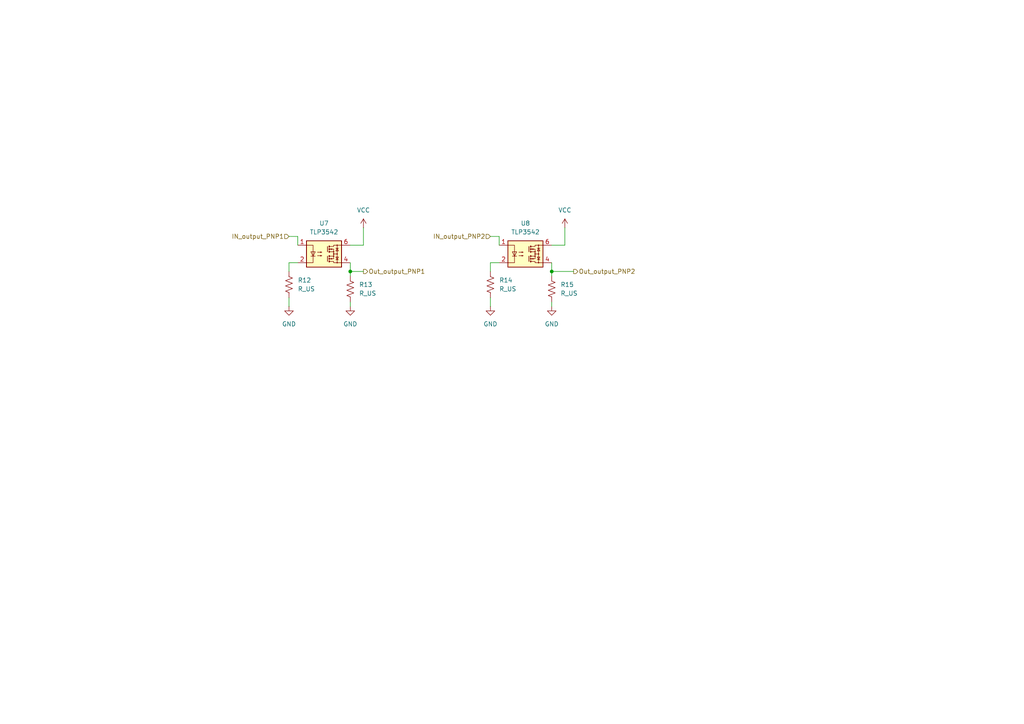
<source format=kicad_sch>
(kicad_sch
	(version 20250114)
	(generator "eeschema")
	(generator_version "9.0")
	(uuid "23093995-dcbe-40e8-b7f0-52785d5c9ac1")
	(paper "A4")
	(lib_symbols
		(symbol "Device:R_US"
			(pin_numbers
				(hide yes)
			)
			(pin_names
				(offset 0)
			)
			(exclude_from_sim no)
			(in_bom yes)
			(on_board yes)
			(property "Reference" "R"
				(at 2.54 0 90)
				(effects
					(font
						(size 1.27 1.27)
					)
				)
			)
			(property "Value" "R_US"
				(at -2.54 0 90)
				(effects
					(font
						(size 1.27 1.27)
					)
				)
			)
			(property "Footprint" ""
				(at 1.016 -0.254 90)
				(effects
					(font
						(size 1.27 1.27)
					)
					(hide yes)
				)
			)
			(property "Datasheet" "~"
				(at 0 0 0)
				(effects
					(font
						(size 1.27 1.27)
					)
					(hide yes)
				)
			)
			(property "Description" "Resistor, US symbol"
				(at 0 0 0)
				(effects
					(font
						(size 1.27 1.27)
					)
					(hide yes)
				)
			)
			(property "ki_keywords" "R res resistor"
				(at 0 0 0)
				(effects
					(font
						(size 1.27 1.27)
					)
					(hide yes)
				)
			)
			(property "ki_fp_filters" "R_*"
				(at 0 0 0)
				(effects
					(font
						(size 1.27 1.27)
					)
					(hide yes)
				)
			)
			(symbol "R_US_0_1"
				(polyline
					(pts
						(xy 0 2.286) (xy 0 2.54)
					)
					(stroke
						(width 0)
						(type default)
					)
					(fill
						(type none)
					)
				)
				(polyline
					(pts
						(xy 0 2.286) (xy 1.016 1.905) (xy 0 1.524) (xy -1.016 1.143) (xy 0 0.762)
					)
					(stroke
						(width 0)
						(type default)
					)
					(fill
						(type none)
					)
				)
				(polyline
					(pts
						(xy 0 0.762) (xy 1.016 0.381) (xy 0 0) (xy -1.016 -0.381) (xy 0 -0.762)
					)
					(stroke
						(width 0)
						(type default)
					)
					(fill
						(type none)
					)
				)
				(polyline
					(pts
						(xy 0 -0.762) (xy 1.016 -1.143) (xy 0 -1.524) (xy -1.016 -1.905) (xy 0 -2.286)
					)
					(stroke
						(width 0)
						(type default)
					)
					(fill
						(type none)
					)
				)
				(polyline
					(pts
						(xy 0 -2.286) (xy 0 -2.54)
					)
					(stroke
						(width 0)
						(type default)
					)
					(fill
						(type none)
					)
				)
			)
			(symbol "R_US_1_1"
				(pin passive line
					(at 0 3.81 270)
					(length 1.27)
					(name "~"
						(effects
							(font
								(size 1.27 1.27)
							)
						)
					)
					(number "1"
						(effects
							(font
								(size 1.27 1.27)
							)
						)
					)
				)
				(pin passive line
					(at 0 -3.81 90)
					(length 1.27)
					(name "~"
						(effects
							(font
								(size 1.27 1.27)
							)
						)
					)
					(number "2"
						(effects
							(font
								(size 1.27 1.27)
							)
						)
					)
				)
			)
			(embedded_fonts no)
		)
		(symbol "Relay_SolidState:TLP3542"
			(exclude_from_sim no)
			(in_bom yes)
			(on_board yes)
			(property "Reference" "U"
				(at -3.81 5.08 0)
				(effects
					(font
						(size 1.27 1.27)
					)
				)
			)
			(property "Value" "TLP3542"
				(at -1.27 -5.08 0)
				(effects
					(font
						(size 1.27 1.27)
					)
				)
			)
			(property "Footprint" "Package_DIP:DIP-5-6_W7.62mm"
				(at 0 -7.62 0)
				(effects
					(font
						(size 1.27 1.27)
					)
					(hide yes)
				)
			)
			(property "Datasheet" "https://toshiba.semicon-storage.com/info/docget.jsp?did=1284&prodName=TLP3542"
				(at 0 0 0)
				(effects
					(font
						(size 1.27 1.27)
					)
					(hide yes)
				)
			)
			(property "Description" "Photo MOSFET optically coupled, ON 4A, 50mohm, OFF state 20V, Isolation 2500 VRMS, DIP-5-6"
				(at 0 0 0)
				(effects
					(font
						(size 1.27 1.27)
					)
					(hide yes)
				)
			)
			(property "ki_keywords" "photocouplers photorelay solidstate relay normally opened (1-Form-A)"
				(at 0 0 0)
				(effects
					(font
						(size 1.27 1.27)
					)
					(hide yes)
				)
			)
			(property "ki_fp_filters" "DIP*W7.62mm*"
				(at 0 0 0)
				(effects
					(font
						(size 1.27 1.27)
					)
					(hide yes)
				)
			)
			(symbol "TLP3542_0_1"
				(rectangle
					(start -5.08 3.81)
					(end 5.08 -3.81)
					(stroke
						(width 0.254)
						(type default)
					)
					(fill
						(type background)
					)
				)
				(polyline
					(pts
						(xy -5.08 2.54) (xy -3.175 2.54) (xy -3.175 -2.54) (xy -5.08 -2.54)
					)
					(stroke
						(width 0)
						(type default)
					)
					(fill
						(type none)
					)
				)
				(polyline
					(pts
						(xy -3.81 -0.635) (xy -2.54 -0.635)
					)
					(stroke
						(width 0)
						(type default)
					)
					(fill
						(type none)
					)
				)
				(polyline
					(pts
						(xy -3.175 -0.635) (xy -3.81 0.635) (xy -2.54 0.635) (xy -3.175 -0.635)
					)
					(stroke
						(width 0)
						(type default)
					)
					(fill
						(type none)
					)
				)
				(polyline
					(pts
						(xy -1.905 0.508) (xy -0.635 0.508) (xy -1.016 0.381) (xy -1.016 0.635) (xy -0.635 0.508)
					)
					(stroke
						(width 0)
						(type default)
					)
					(fill
						(type none)
					)
				)
				(polyline
					(pts
						(xy -1.905 -0.508) (xy -0.635 -0.508) (xy -1.016 -0.635) (xy -1.016 -0.381) (xy -0.635 -0.508)
					)
					(stroke
						(width 0)
						(type default)
					)
					(fill
						(type none)
					)
				)
				(polyline
					(pts
						(xy 1.016 2.159) (xy 1.016 0.635)
					)
					(stroke
						(width 0.2032)
						(type default)
					)
					(fill
						(type none)
					)
				)
				(polyline
					(pts
						(xy 1.016 -0.635) (xy 1.016 -2.159)
					)
					(stroke
						(width 0.2032)
						(type default)
					)
					(fill
						(type none)
					)
				)
				(polyline
					(pts
						(xy 1.524 2.286) (xy 1.524 2.032) (xy 1.524 2.032)
					)
					(stroke
						(width 0.3556)
						(type default)
					)
					(fill
						(type none)
					)
				)
				(polyline
					(pts
						(xy 1.524 1.524) (xy 1.524 1.27) (xy 1.524 1.27)
					)
					(stroke
						(width 0.3556)
						(type default)
					)
					(fill
						(type none)
					)
				)
				(polyline
					(pts
						(xy 1.524 0.762) (xy 1.524 0.508) (xy 1.524 0.508)
					)
					(stroke
						(width 0.3556)
						(type default)
					)
					(fill
						(type none)
					)
				)
				(polyline
					(pts
						(xy 1.524 -0.508) (xy 1.524 -0.762)
					)
					(stroke
						(width 0.3556)
						(type default)
					)
					(fill
						(type none)
					)
				)
				(polyline
					(pts
						(xy 1.524 -1.27) (xy 1.524 -1.524) (xy 1.524 -1.524)
					)
					(stroke
						(width 0.3556)
						(type default)
					)
					(fill
						(type none)
					)
				)
				(polyline
					(pts
						(xy 1.524 -2.032) (xy 1.524 -2.286) (xy 1.524 -2.286)
					)
					(stroke
						(width 0.3556)
						(type default)
					)
					(fill
						(type none)
					)
				)
				(polyline
					(pts
						(xy 1.651 2.159) (xy 2.794 2.159) (xy 2.794 2.54) (xy 5.08 2.54)
					)
					(stroke
						(width 0)
						(type default)
					)
					(fill
						(type none)
					)
				)
				(polyline
					(pts
						(xy 1.651 1.397) (xy 2.794 1.397) (xy 2.794 0.635)
					)
					(stroke
						(width 0)
						(type default)
					)
					(fill
						(type none)
					)
				)
				(polyline
					(pts
						(xy 1.651 -0.635) (xy 2.794 -0.635) (xy 2.794 0.635) (xy 1.651 0.635)
					)
					(stroke
						(width 0)
						(type default)
					)
					(fill
						(type none)
					)
				)
				(polyline
					(pts
						(xy 1.651 -1.397) (xy 2.794 -1.397) (xy 2.794 -0.635)
					)
					(stroke
						(width 0)
						(type default)
					)
					(fill
						(type none)
					)
				)
				(polyline
					(pts
						(xy 1.651 -2.159) (xy 2.794 -2.159) (xy 2.794 -2.54) (xy 5.08 -2.54)
					)
					(stroke
						(width 0)
						(type default)
					)
					(fill
						(type none)
					)
				)
				(polyline
					(pts
						(xy 1.778 1.397) (xy 2.286 1.524) (xy 2.286 1.27) (xy 1.778 1.397)
					)
					(stroke
						(width 0)
						(type default)
					)
					(fill
						(type none)
					)
				)
				(polyline
					(pts
						(xy 1.778 -1.397) (xy 2.286 -1.27) (xy 2.286 -1.524) (xy 1.778 -1.397)
					)
					(stroke
						(width 0)
						(type default)
					)
					(fill
						(type none)
					)
				)
				(circle
					(center 2.794 0.635)
					(radius 0.127)
					(stroke
						(width 0)
						(type default)
					)
					(fill
						(type none)
					)
				)
				(polyline
					(pts
						(xy 2.794 0) (xy 3.81 0)
					)
					(stroke
						(width 0)
						(type default)
					)
					(fill
						(type none)
					)
				)
				(circle
					(center 2.794 0)
					(radius 0.127)
					(stroke
						(width 0)
						(type default)
					)
					(fill
						(type none)
					)
				)
				(circle
					(center 2.794 -0.635)
					(radius 0.127)
					(stroke
						(width 0)
						(type default)
					)
					(fill
						(type none)
					)
				)
				(polyline
					(pts
						(xy 3.429 1.651) (xy 4.191 1.651)
					)
					(stroke
						(width 0)
						(type default)
					)
					(fill
						(type none)
					)
				)
				(polyline
					(pts
						(xy 3.429 -1.651) (xy 4.191 -1.651)
					)
					(stroke
						(width 0)
						(type default)
					)
					(fill
						(type none)
					)
				)
				(circle
					(center 3.81 2.54)
					(radius 0.127)
					(stroke
						(width 0)
						(type default)
					)
					(fill
						(type none)
					)
				)
				(polyline
					(pts
						(xy 3.81 1.651) (xy 3.429 0.889) (xy 4.191 0.889) (xy 3.81 1.651)
					)
					(stroke
						(width 0)
						(type default)
					)
					(fill
						(type none)
					)
				)
				(circle
					(center 3.81 0)
					(radius 0.127)
					(stroke
						(width 0)
						(type default)
					)
					(fill
						(type none)
					)
				)
				(polyline
					(pts
						(xy 3.81 -1.651) (xy 3.429 -0.889) (xy 4.191 -0.889) (xy 3.81 -1.651)
					)
					(stroke
						(width 0)
						(type default)
					)
					(fill
						(type none)
					)
				)
				(polyline
					(pts
						(xy 3.81 -2.54) (xy 3.81 2.54)
					)
					(stroke
						(width 0)
						(type default)
					)
					(fill
						(type none)
					)
				)
				(circle
					(center 3.81 -2.54)
					(radius 0.127)
					(stroke
						(width 0)
						(type default)
					)
					(fill
						(type none)
					)
				)
			)
			(symbol "TLP3542_1_1"
				(pin passive line
					(at -7.62 2.54 0)
					(length 2.54)
					(name "~"
						(effects
							(font
								(size 1.27 1.27)
							)
						)
					)
					(number "1"
						(effects
							(font
								(size 1.27 1.27)
							)
						)
					)
				)
				(pin passive line
					(at -7.62 -2.54 0)
					(length 2.54)
					(name "~"
						(effects
							(font
								(size 1.27 1.27)
							)
						)
					)
					(number "2"
						(effects
							(font
								(size 1.27 1.27)
							)
						)
					)
				)
				(pin no_connect line
					(at -5.08 0 0)
					(length 2.54)
					(hide yes)
					(name "~"
						(effects
							(font
								(size 1.27 1.27)
							)
						)
					)
					(number "3"
						(effects
							(font
								(size 1.27 1.27)
							)
						)
					)
				)
				(pin passive line
					(at 7.62 2.54 180)
					(length 2.54)
					(name "~"
						(effects
							(font
								(size 1.27 1.27)
							)
						)
					)
					(number "6"
						(effects
							(font
								(size 1.27 1.27)
							)
						)
					)
				)
				(pin passive line
					(at 7.62 -2.54 180)
					(length 2.54)
					(name "~"
						(effects
							(font
								(size 1.27 1.27)
							)
						)
					)
					(number "4"
						(effects
							(font
								(size 1.27 1.27)
							)
						)
					)
				)
			)
			(embedded_fonts no)
		)
		(symbol "power:GND"
			(power)
			(pin_numbers
				(hide yes)
			)
			(pin_names
				(offset 0)
				(hide yes)
			)
			(exclude_from_sim no)
			(in_bom yes)
			(on_board yes)
			(property "Reference" "#PWR"
				(at 0 -6.35 0)
				(effects
					(font
						(size 1.27 1.27)
					)
					(hide yes)
				)
			)
			(property "Value" "GND"
				(at 0 -3.81 0)
				(effects
					(font
						(size 1.27 1.27)
					)
				)
			)
			(property "Footprint" ""
				(at 0 0 0)
				(effects
					(font
						(size 1.27 1.27)
					)
					(hide yes)
				)
			)
			(property "Datasheet" ""
				(at 0 0 0)
				(effects
					(font
						(size 1.27 1.27)
					)
					(hide yes)
				)
			)
			(property "Description" "Power symbol creates a global label with name \"GND\" , ground"
				(at 0 0 0)
				(effects
					(font
						(size 1.27 1.27)
					)
					(hide yes)
				)
			)
			(property "ki_keywords" "global power"
				(at 0 0 0)
				(effects
					(font
						(size 1.27 1.27)
					)
					(hide yes)
				)
			)
			(symbol "GND_0_1"
				(polyline
					(pts
						(xy 0 0) (xy 0 -1.27) (xy 1.27 -1.27) (xy 0 -2.54) (xy -1.27 -1.27) (xy 0 -1.27)
					)
					(stroke
						(width 0)
						(type default)
					)
					(fill
						(type none)
					)
				)
			)
			(symbol "GND_1_1"
				(pin power_in line
					(at 0 0 270)
					(length 0)
					(name "~"
						(effects
							(font
								(size 1.27 1.27)
							)
						)
					)
					(number "1"
						(effects
							(font
								(size 1.27 1.27)
							)
						)
					)
				)
			)
			(embedded_fonts no)
		)
		(symbol "power:VCC"
			(power)
			(pin_numbers
				(hide yes)
			)
			(pin_names
				(offset 0)
				(hide yes)
			)
			(exclude_from_sim no)
			(in_bom yes)
			(on_board yes)
			(property "Reference" "#PWR"
				(at 0 -3.81 0)
				(effects
					(font
						(size 1.27 1.27)
					)
					(hide yes)
				)
			)
			(property "Value" "VCC"
				(at 0 3.556 0)
				(effects
					(font
						(size 1.27 1.27)
					)
				)
			)
			(property "Footprint" ""
				(at 0 0 0)
				(effects
					(font
						(size 1.27 1.27)
					)
					(hide yes)
				)
			)
			(property "Datasheet" ""
				(at 0 0 0)
				(effects
					(font
						(size 1.27 1.27)
					)
					(hide yes)
				)
			)
			(property "Description" "Power symbol creates a global label with name \"VCC\""
				(at 0 0 0)
				(effects
					(font
						(size 1.27 1.27)
					)
					(hide yes)
				)
			)
			(property "ki_keywords" "global power"
				(at 0 0 0)
				(effects
					(font
						(size 1.27 1.27)
					)
					(hide yes)
				)
			)
			(symbol "VCC_0_1"
				(polyline
					(pts
						(xy -0.762 1.27) (xy 0 2.54)
					)
					(stroke
						(width 0)
						(type default)
					)
					(fill
						(type none)
					)
				)
				(polyline
					(pts
						(xy 0 2.54) (xy 0.762 1.27)
					)
					(stroke
						(width 0)
						(type default)
					)
					(fill
						(type none)
					)
				)
				(polyline
					(pts
						(xy 0 0) (xy 0 2.54)
					)
					(stroke
						(width 0)
						(type default)
					)
					(fill
						(type none)
					)
				)
			)
			(symbol "VCC_1_1"
				(pin power_in line
					(at 0 0 90)
					(length 0)
					(name "~"
						(effects
							(font
								(size 1.27 1.27)
							)
						)
					)
					(number "1"
						(effects
							(font
								(size 1.27 1.27)
							)
						)
					)
				)
			)
			(embedded_fonts no)
		)
	)
	(junction
		(at 160.02 78.74)
		(diameter 0)
		(color 0 0 0 0)
		(uuid "77225655-788f-462f-a59b-480425c8f30e")
	)
	(junction
		(at 101.6 78.74)
		(diameter 0)
		(color 0 0 0 0)
		(uuid "ce1c4254-4ab3-4904-8719-db218decc168")
	)
	(wire
		(pts
			(xy 160.02 78.74) (xy 160.02 80.01)
		)
		(stroke
			(width 0)
			(type default)
		)
		(uuid "11747665-5023-4ab5-92ca-96c57f5a091c")
	)
	(wire
		(pts
			(xy 101.6 78.74) (xy 101.6 80.01)
		)
		(stroke
			(width 0)
			(type default)
		)
		(uuid "1ac2c1eb-d75f-4e41-9898-ad063b8e9f5d")
	)
	(wire
		(pts
			(xy 144.78 76.2) (xy 142.24 76.2)
		)
		(stroke
			(width 0)
			(type default)
		)
		(uuid "20d6fbc5-64f0-4821-8d50-2e605d334d6c")
	)
	(wire
		(pts
			(xy 142.24 76.2) (xy 142.24 78.74)
		)
		(stroke
			(width 0)
			(type default)
		)
		(uuid "3e9cd961-8114-4202-a1af-9c58b763af3a")
	)
	(wire
		(pts
			(xy 160.02 78.74) (xy 166.37 78.74)
		)
		(stroke
			(width 0)
			(type default)
		)
		(uuid "4238960a-15d2-4316-8180-01ebf001acf4")
	)
	(wire
		(pts
			(xy 101.6 78.74) (xy 105.41 78.74)
		)
		(stroke
			(width 0)
			(type default)
		)
		(uuid "4456872a-50a8-4fec-883c-e6c575b468e5")
	)
	(wire
		(pts
			(xy 86.36 71.12) (xy 86.36 68.58)
		)
		(stroke
			(width 0)
			(type default)
		)
		(uuid "495939be-a59c-4a23-9032-3d5c726a6102")
	)
	(wire
		(pts
			(xy 101.6 76.2) (xy 101.6 78.74)
		)
		(stroke
			(width 0)
			(type default)
		)
		(uuid "691233d0-1761-4b28-874f-d47abd5000c4")
	)
	(wire
		(pts
			(xy 144.78 71.12) (xy 144.78 68.58)
		)
		(stroke
			(width 0)
			(type default)
		)
		(uuid "6b85ec8a-5ec4-4c7c-ad41-7976690a8039")
	)
	(wire
		(pts
			(xy 163.83 66.04) (xy 163.83 71.12)
		)
		(stroke
			(width 0)
			(type default)
		)
		(uuid "6de2f353-126f-4d84-8e04-fcbaf94988e4")
	)
	(wire
		(pts
			(xy 105.41 66.04) (xy 105.41 71.12)
		)
		(stroke
			(width 0)
			(type default)
		)
		(uuid "719730a3-b245-436d-8660-4b20bbfb0009")
	)
	(wire
		(pts
			(xy 83.82 86.36) (xy 83.82 88.9)
		)
		(stroke
			(width 0)
			(type default)
		)
		(uuid "7824f193-f0b3-495d-9ac6-3e9a5fa272a4")
	)
	(wire
		(pts
			(xy 86.36 68.58) (xy 83.82 68.58)
		)
		(stroke
			(width 0)
			(type default)
		)
		(uuid "797e313b-570e-4cea-8d5b-56bc9376de73")
	)
	(wire
		(pts
			(xy 101.6 87.63) (xy 101.6 88.9)
		)
		(stroke
			(width 0)
			(type default)
		)
		(uuid "7ec94065-7c8a-4736-afa3-4e794970620a")
	)
	(wire
		(pts
			(xy 142.24 86.36) (xy 142.24 88.9)
		)
		(stroke
			(width 0)
			(type default)
		)
		(uuid "96372707-ca94-418f-84ef-7a8efac8301a")
	)
	(wire
		(pts
			(xy 144.78 68.58) (xy 142.24 68.58)
		)
		(stroke
			(width 0)
			(type default)
		)
		(uuid "a32ec15a-3328-4e82-9aa6-9b7e828e483c")
	)
	(wire
		(pts
			(xy 86.36 76.2) (xy 83.82 76.2)
		)
		(stroke
			(width 0)
			(type default)
		)
		(uuid "a34e4dc2-6c38-4d64-8859-68d15996fd49")
	)
	(wire
		(pts
			(xy 163.83 71.12) (xy 160.02 71.12)
		)
		(stroke
			(width 0)
			(type default)
		)
		(uuid "abb51ef2-a10c-4704-8d7c-34b54ea76346")
	)
	(wire
		(pts
			(xy 105.41 71.12) (xy 101.6 71.12)
		)
		(stroke
			(width 0)
			(type default)
		)
		(uuid "abd8a97b-a856-4046-a7d8-d1733e0e52a4")
	)
	(wire
		(pts
			(xy 83.82 76.2) (xy 83.82 78.74)
		)
		(stroke
			(width 0)
			(type default)
		)
		(uuid "cfecc045-2891-4c03-93b4-b9249d63b8b9")
	)
	(wire
		(pts
			(xy 160.02 87.63) (xy 160.02 88.9)
		)
		(stroke
			(width 0)
			(type default)
		)
		(uuid "d89d47aa-fd93-4ced-a4d2-d5a27eaf2d58")
	)
	(wire
		(pts
			(xy 160.02 76.2) (xy 160.02 78.74)
		)
		(stroke
			(width 0)
			(type default)
		)
		(uuid "ef59c088-3a2a-4069-b686-bd4837fea633")
	)
	(hierarchical_label "Out_output_PNP2"
		(shape output)
		(at 166.37 78.74 0)
		(effects
			(font
				(size 1.27 1.27)
			)
			(justify left)
		)
		(uuid "081bb1ce-2e6a-4e7c-b6fa-d40c4f91f907")
	)
	(hierarchical_label "Out_output_PNP1"
		(shape output)
		(at 105.41 78.74 0)
		(effects
			(font
				(size 1.27 1.27)
			)
			(justify left)
		)
		(uuid "16450c0b-fd34-43d9-9200-8b54ec55a728")
	)
	(hierarchical_label "IN_output_PNP2"
		(shape input)
		(at 142.24 68.58 180)
		(effects
			(font
				(size 1.27 1.27)
			)
			(justify right)
		)
		(uuid "acf57974-91be-4b04-9692-dd6909d46f9c")
	)
	(hierarchical_label "IN_output_PNP1"
		(shape input)
		(at 83.82 68.58 180)
		(effects
			(font
				(size 1.27 1.27)
			)
			(justify right)
		)
		(uuid "ba765bd1-f55e-4fdf-ae7f-4eb13f414d0c")
	)
	(symbol
		(lib_id "power:GND")
		(at 160.02 88.9 0)
		(unit 1)
		(exclude_from_sim no)
		(in_bom yes)
		(on_board yes)
		(dnp no)
		(fields_autoplaced yes)
		(uuid "155a700d-17fc-458b-a7fd-c2aeeea5b833")
		(property "Reference" "#PWR032"
			(at 160.02 95.25 0)
			(effects
				(font
					(size 1.27 1.27)
				)
				(hide yes)
			)
		)
		(property "Value" "GND"
			(at 160.02 93.98 0)
			(effects
				(font
					(size 1.27 1.27)
				)
			)
		)
		(property "Footprint" ""
			(at 160.02 88.9 0)
			(effects
				(font
					(size 1.27 1.27)
				)
				(hide yes)
			)
		)
		(property "Datasheet" ""
			(at 160.02 88.9 0)
			(effects
				(font
					(size 1.27 1.27)
				)
				(hide yes)
			)
		)
		(property "Description" "Power symbol creates a global label with name \"GND\" , ground"
			(at 160.02 88.9 0)
			(effects
				(font
					(size 1.27 1.27)
				)
				(hide yes)
			)
		)
		(pin "1"
			(uuid "30c9aa0a-d868-410a-a2c8-cc4365881b0e")
		)
		(instances
			(project "ZorionX-Nivara"
				(path "/ae5c9891-8291-492e-8a61-8ac340267b67/d47eca49-96e4-4138-8979-47bb60019f67/bc9617ee-273e-462d-a7e9-6cda68a85dae"
					(reference "#PWR032")
					(unit 1)
				)
			)
		)
	)
	(symbol
		(lib_id "power:VCC")
		(at 105.41 66.04 0)
		(unit 1)
		(exclude_from_sim no)
		(in_bom yes)
		(on_board yes)
		(dnp no)
		(fields_autoplaced yes)
		(uuid "2d25b2f2-b7c4-41c1-80de-eb8935901458")
		(property "Reference" "#PWR030"
			(at 105.41 69.85 0)
			(effects
				(font
					(size 1.27 1.27)
				)
				(hide yes)
			)
		)
		(property "Value" "VCC"
			(at 105.41 60.96 0)
			(effects
				(font
					(size 1.27 1.27)
				)
			)
		)
		(property "Footprint" ""
			(at 105.41 66.04 0)
			(effects
				(font
					(size 1.27 1.27)
				)
				(hide yes)
			)
		)
		(property "Datasheet" ""
			(at 105.41 66.04 0)
			(effects
				(font
					(size 1.27 1.27)
				)
				(hide yes)
			)
		)
		(property "Description" "Power symbol creates a global label with name \"VCC\""
			(at 105.41 66.04 0)
			(effects
				(font
					(size 1.27 1.27)
				)
				(hide yes)
			)
		)
		(pin "1"
			(uuid "8ec08563-034c-4e9e-afa6-e04a2c1810f5")
		)
		(instances
			(project "ZorionX-Nivara"
				(path "/ae5c9891-8291-492e-8a61-8ac340267b67/d47eca49-96e4-4138-8979-47bb60019f67/bc9617ee-273e-462d-a7e9-6cda68a85dae"
					(reference "#PWR030")
					(unit 1)
				)
			)
		)
	)
	(symbol
		(lib_id "Relay_SolidState:TLP3542")
		(at 152.4 73.66 0)
		(unit 1)
		(exclude_from_sim no)
		(in_bom yes)
		(on_board yes)
		(dnp no)
		(fields_autoplaced yes)
		(uuid "31b6dd27-5b68-4db5-a56c-0488c6acd990")
		(property "Reference" "U8"
			(at 152.4 64.77 0)
			(effects
				(font
					(size 1.27 1.27)
				)
			)
		)
		(property "Value" "TLP3542"
			(at 152.4 67.31 0)
			(effects
				(font
					(size 1.27 1.27)
				)
			)
		)
		(property "Footprint" "Package_SO:SOP-4_3.8x4.1mm_P2.54mm"
			(at 152.4 81.28 0)
			(effects
				(font
					(size 1.27 1.27)
				)
				(hide yes)
			)
		)
		(property "Datasheet" "https://toshiba.semicon-storage.com/info/docget.jsp?did=1284&prodName=TLP3542"
			(at 152.4 73.66 0)
			(effects
				(font
					(size 1.27 1.27)
				)
				(hide yes)
			)
		)
		(property "Description" "Photo MOSFET optically coupled, ON 4A, 50mohm, OFF state 20V, Isolation 2500 VRMS, DIP-5-6"
			(at 152.4 73.66 0)
			(effects
				(font
					(size 1.27 1.27)
				)
				(hide yes)
			)
		)
		(pin "3"
			(uuid "3ba8b0c4-89eb-471a-8cb1-220d5199a70f")
		)
		(pin "2"
			(uuid "337bb667-d9f8-45c8-90e2-00c23a7bdd42")
		)
		(pin "4"
			(uuid "df2dd546-f5f9-4b52-9546-2b353f8e7640")
		)
		(pin "6"
			(uuid "da7d2e90-0b40-4493-a8be-e9b1f035d27c")
		)
		(pin "1"
			(uuid "05626f66-0c89-47ed-b214-85a0892e23b4")
		)
		(instances
			(project "ZorionX-Nivara"
				(path "/ae5c9891-8291-492e-8a61-8ac340267b67/d47eca49-96e4-4138-8979-47bb60019f67/bc9617ee-273e-462d-a7e9-6cda68a85dae"
					(reference "U8")
					(unit 1)
				)
			)
		)
	)
	(symbol
		(lib_id "power:GND")
		(at 142.24 88.9 0)
		(unit 1)
		(exclude_from_sim no)
		(in_bom yes)
		(on_board yes)
		(dnp no)
		(fields_autoplaced yes)
		(uuid "3f43fdfe-ab61-4687-b5a8-2482821fe0e1")
		(property "Reference" "#PWR031"
			(at 142.24 95.25 0)
			(effects
				(font
					(size 1.27 1.27)
				)
				(hide yes)
			)
		)
		(property "Value" "GND"
			(at 142.24 93.98 0)
			(effects
				(font
					(size 1.27 1.27)
				)
			)
		)
		(property "Footprint" ""
			(at 142.24 88.9 0)
			(effects
				(font
					(size 1.27 1.27)
				)
				(hide yes)
			)
		)
		(property "Datasheet" ""
			(at 142.24 88.9 0)
			(effects
				(font
					(size 1.27 1.27)
				)
				(hide yes)
			)
		)
		(property "Description" "Power symbol creates a global label with name \"GND\" , ground"
			(at 142.24 88.9 0)
			(effects
				(font
					(size 1.27 1.27)
				)
				(hide yes)
			)
		)
		(pin "1"
			(uuid "704c3dcd-50cf-441c-b547-22c4e4af1ee9")
		)
		(instances
			(project "ZorionX-Nivara"
				(path "/ae5c9891-8291-492e-8a61-8ac340267b67/d47eca49-96e4-4138-8979-47bb60019f67/bc9617ee-273e-462d-a7e9-6cda68a85dae"
					(reference "#PWR031")
					(unit 1)
				)
			)
		)
	)
	(symbol
		(lib_id "power:VCC")
		(at 163.83 66.04 0)
		(unit 1)
		(exclude_from_sim no)
		(in_bom yes)
		(on_board yes)
		(dnp no)
		(fields_autoplaced yes)
		(uuid "41c39df6-fa64-4aa1-bb4e-380e0d013053")
		(property "Reference" "#PWR033"
			(at 163.83 69.85 0)
			(effects
				(font
					(size 1.27 1.27)
				)
				(hide yes)
			)
		)
		(property "Value" "VCC"
			(at 163.83 60.96 0)
			(effects
				(font
					(size 1.27 1.27)
				)
			)
		)
		(property "Footprint" ""
			(at 163.83 66.04 0)
			(effects
				(font
					(size 1.27 1.27)
				)
				(hide yes)
			)
		)
		(property "Datasheet" ""
			(at 163.83 66.04 0)
			(effects
				(font
					(size 1.27 1.27)
				)
				(hide yes)
			)
		)
		(property "Description" "Power symbol creates a global label with name \"VCC\""
			(at 163.83 66.04 0)
			(effects
				(font
					(size 1.27 1.27)
				)
				(hide yes)
			)
		)
		(pin "1"
			(uuid "5ccfc8d2-5802-4967-a93c-6fe557b97beb")
		)
		(instances
			(project "ZorionX-Nivara"
				(path "/ae5c9891-8291-492e-8a61-8ac340267b67/d47eca49-96e4-4138-8979-47bb60019f67/bc9617ee-273e-462d-a7e9-6cda68a85dae"
					(reference "#PWR033")
					(unit 1)
				)
			)
		)
	)
	(symbol
		(lib_id "Device:R_US")
		(at 142.24 82.55 0)
		(unit 1)
		(exclude_from_sim no)
		(in_bom yes)
		(on_board yes)
		(dnp no)
		(fields_autoplaced yes)
		(uuid "444bf014-8495-4f78-a989-f6716365a449")
		(property "Reference" "R14"
			(at 144.78 81.2799 0)
			(effects
				(font
					(size 1.27 1.27)
				)
				(justify left)
			)
		)
		(property "Value" "R_US"
			(at 144.78 83.8199 0)
			(effects
				(font
					(size 1.27 1.27)
				)
				(justify left)
			)
		)
		(property "Footprint" "Resistor_SMD:R_0603_1608Metric"
			(at 143.256 82.804 90)
			(effects
				(font
					(size 1.27 1.27)
				)
				(hide yes)
			)
		)
		(property "Datasheet" "~"
			(at 142.24 82.55 0)
			(effects
				(font
					(size 1.27 1.27)
				)
				(hide yes)
			)
		)
		(property "Description" "Resistor, US symbol"
			(at 142.24 82.55 0)
			(effects
				(font
					(size 1.27 1.27)
				)
				(hide yes)
			)
		)
		(pin "2"
			(uuid "4b85ac2c-a087-498b-bbe2-a640f1cbc9fc")
		)
		(pin "1"
			(uuid "cf3d99dd-685e-470b-b774-c25579848bbd")
		)
		(instances
			(project "ZorionX-Nivara"
				(path "/ae5c9891-8291-492e-8a61-8ac340267b67/d47eca49-96e4-4138-8979-47bb60019f67/bc9617ee-273e-462d-a7e9-6cda68a85dae"
					(reference "R14")
					(unit 1)
				)
			)
		)
	)
	(symbol
		(lib_id "Relay_SolidState:TLP3542")
		(at 93.98 73.66 0)
		(unit 1)
		(exclude_from_sim no)
		(in_bom yes)
		(on_board yes)
		(dnp no)
		(fields_autoplaced yes)
		(uuid "5937ce55-5acb-435f-8c21-1099ca3a9716")
		(property "Reference" "U7"
			(at 93.98 64.77 0)
			(effects
				(font
					(size 1.27 1.27)
				)
			)
		)
		(property "Value" "TLP3542"
			(at 93.98 67.31 0)
			(effects
				(font
					(size 1.27 1.27)
				)
			)
		)
		(property "Footprint" "Package_SO:SOP-4_3.8x4.1mm_P2.54mm"
			(at 93.98 81.28 0)
			(effects
				(font
					(size 1.27 1.27)
				)
				(hide yes)
			)
		)
		(property "Datasheet" "https://toshiba.semicon-storage.com/info/docget.jsp?did=1284&prodName=TLP3542"
			(at 93.98 73.66 0)
			(effects
				(font
					(size 1.27 1.27)
				)
				(hide yes)
			)
		)
		(property "Description" "Photo MOSFET optically coupled, ON 4A, 50mohm, OFF state 20V, Isolation 2500 VRMS, DIP-5-6"
			(at 93.98 73.66 0)
			(effects
				(font
					(size 1.27 1.27)
				)
				(hide yes)
			)
		)
		(pin "3"
			(uuid "1f6bc8f7-0d62-464d-9292-c9bcdd8d41e4")
		)
		(pin "2"
			(uuid "c70f6560-eef5-4358-b95a-dcd0918f30e2")
		)
		(pin "4"
			(uuid "3ca7fee0-7900-46a1-a4aa-f5f0c74871e2")
		)
		(pin "6"
			(uuid "03bc6e5f-0351-4eb1-ae34-b23b44807037")
		)
		(pin "1"
			(uuid "cf2f1c8a-cb31-4a6c-9e72-c7633cd20b51")
		)
		(instances
			(project "ZorionX-Nivara"
				(path "/ae5c9891-8291-492e-8a61-8ac340267b67/d47eca49-96e4-4138-8979-47bb60019f67/bc9617ee-273e-462d-a7e9-6cda68a85dae"
					(reference "U7")
					(unit 1)
				)
			)
		)
	)
	(symbol
		(lib_id "power:GND")
		(at 83.82 88.9 0)
		(unit 1)
		(exclude_from_sim no)
		(in_bom yes)
		(on_board yes)
		(dnp no)
		(fields_autoplaced yes)
		(uuid "6ae93734-1ba1-45f9-a2b0-e9b40d40234f")
		(property "Reference" "#PWR028"
			(at 83.82 95.25 0)
			(effects
				(font
					(size 1.27 1.27)
				)
				(hide yes)
			)
		)
		(property "Value" "GND"
			(at 83.82 93.98 0)
			(effects
				(font
					(size 1.27 1.27)
				)
			)
		)
		(property "Footprint" ""
			(at 83.82 88.9 0)
			(effects
				(font
					(size 1.27 1.27)
				)
				(hide yes)
			)
		)
		(property "Datasheet" ""
			(at 83.82 88.9 0)
			(effects
				(font
					(size 1.27 1.27)
				)
				(hide yes)
			)
		)
		(property "Description" "Power symbol creates a global label with name \"GND\" , ground"
			(at 83.82 88.9 0)
			(effects
				(font
					(size 1.27 1.27)
				)
				(hide yes)
			)
		)
		(pin "1"
			(uuid "e0d00b10-3a33-432e-a223-48a8ec4efcd3")
		)
		(instances
			(project "ZorionX-Nivara"
				(path "/ae5c9891-8291-492e-8a61-8ac340267b67/d47eca49-96e4-4138-8979-47bb60019f67/bc9617ee-273e-462d-a7e9-6cda68a85dae"
					(reference "#PWR028")
					(unit 1)
				)
			)
		)
	)
	(symbol
		(lib_id "Device:R_US")
		(at 83.82 82.55 0)
		(unit 1)
		(exclude_from_sim no)
		(in_bom yes)
		(on_board yes)
		(dnp no)
		(fields_autoplaced yes)
		(uuid "8e0ec6f3-fa41-4caf-8667-7398e504a207")
		(property "Reference" "R12"
			(at 86.36 81.2799 0)
			(effects
				(font
					(size 1.27 1.27)
				)
				(justify left)
			)
		)
		(property "Value" "R_US"
			(at 86.36 83.8199 0)
			(effects
				(font
					(size 1.27 1.27)
				)
				(justify left)
			)
		)
		(property "Footprint" "Resistor_SMD:R_0603_1608Metric"
			(at 84.836 82.804 90)
			(effects
				(font
					(size 1.27 1.27)
				)
				(hide yes)
			)
		)
		(property "Datasheet" "~"
			(at 83.82 82.55 0)
			(effects
				(font
					(size 1.27 1.27)
				)
				(hide yes)
			)
		)
		(property "Description" "Resistor, US symbol"
			(at 83.82 82.55 0)
			(effects
				(font
					(size 1.27 1.27)
				)
				(hide yes)
			)
		)
		(pin "2"
			(uuid "9fd06598-a3cf-4a89-9cdc-afab2d9dc7b4")
		)
		(pin "1"
			(uuid "d60d841b-fb9c-48fe-a8b3-2c541e22b38f")
		)
		(instances
			(project "ZorionX-Nivara"
				(path "/ae5c9891-8291-492e-8a61-8ac340267b67/d47eca49-96e4-4138-8979-47bb60019f67/bc9617ee-273e-462d-a7e9-6cda68a85dae"
					(reference "R12")
					(unit 1)
				)
			)
		)
	)
	(symbol
		(lib_id "power:GND")
		(at 101.6 88.9 0)
		(unit 1)
		(exclude_from_sim no)
		(in_bom yes)
		(on_board yes)
		(dnp no)
		(fields_autoplaced yes)
		(uuid "f7b5c3ce-66db-42fe-ab43-bcdcb2c6b35f")
		(property "Reference" "#PWR029"
			(at 101.6 95.25 0)
			(effects
				(font
					(size 1.27 1.27)
				)
				(hide yes)
			)
		)
		(property "Value" "GND"
			(at 101.6 93.98 0)
			(effects
				(font
					(size 1.27 1.27)
				)
			)
		)
		(property "Footprint" ""
			(at 101.6 88.9 0)
			(effects
				(font
					(size 1.27 1.27)
				)
				(hide yes)
			)
		)
		(property "Datasheet" ""
			(at 101.6 88.9 0)
			(effects
				(font
					(size 1.27 1.27)
				)
				(hide yes)
			)
		)
		(property "Description" "Power symbol creates a global label with name \"GND\" , ground"
			(at 101.6 88.9 0)
			(effects
				(font
					(size 1.27 1.27)
				)
				(hide yes)
			)
		)
		(pin "1"
			(uuid "29d85950-63d9-41e5-ab71-f1c15eb9d0fc")
		)
		(instances
			(project "ZorionX-Nivara"
				(path "/ae5c9891-8291-492e-8a61-8ac340267b67/d47eca49-96e4-4138-8979-47bb60019f67/bc9617ee-273e-462d-a7e9-6cda68a85dae"
					(reference "#PWR029")
					(unit 1)
				)
			)
		)
	)
	(symbol
		(lib_id "Device:R_US")
		(at 101.6 83.82 0)
		(unit 1)
		(exclude_from_sim no)
		(in_bom yes)
		(on_board yes)
		(dnp no)
		(fields_autoplaced yes)
		(uuid "fbca1c42-2427-4ac5-83ce-a2fa4be052d9")
		(property "Reference" "R13"
			(at 104.14 82.5499 0)
			(effects
				(font
					(size 1.27 1.27)
				)
				(justify left)
			)
		)
		(property "Value" "R_US"
			(at 104.14 85.0899 0)
			(effects
				(font
					(size 1.27 1.27)
				)
				(justify left)
			)
		)
		(property "Footprint" "Resistor_SMD:R_0603_1608Metric"
			(at 102.616 84.074 90)
			(effects
				(font
					(size 1.27 1.27)
				)
				(hide yes)
			)
		)
		(property "Datasheet" "~"
			(at 101.6 83.82 0)
			(effects
				(font
					(size 1.27 1.27)
				)
				(hide yes)
			)
		)
		(property "Description" "Resistor, US symbol"
			(at 101.6 83.82 0)
			(effects
				(font
					(size 1.27 1.27)
				)
				(hide yes)
			)
		)
		(pin "2"
			(uuid "180750fd-3c10-4fe3-941d-a401e6062e90")
		)
		(pin "1"
			(uuid "9f1d9991-26a6-4c62-8ef5-deb92d361e94")
		)
		(instances
			(project "ZorionX-Nivara"
				(path "/ae5c9891-8291-492e-8a61-8ac340267b67/d47eca49-96e4-4138-8979-47bb60019f67/bc9617ee-273e-462d-a7e9-6cda68a85dae"
					(reference "R13")
					(unit 1)
				)
			)
		)
	)
	(symbol
		(lib_id "Device:R_US")
		(at 160.02 83.82 0)
		(unit 1)
		(exclude_from_sim no)
		(in_bom yes)
		(on_board yes)
		(dnp no)
		(fields_autoplaced yes)
		(uuid "fd79098a-7d98-4f57-8041-3f2956af6c7a")
		(property "Reference" "R15"
			(at 162.56 82.5499 0)
			(effects
				(font
					(size 1.27 1.27)
				)
				(justify left)
			)
		)
		(property "Value" "R_US"
			(at 162.56 85.0899 0)
			(effects
				(font
					(size 1.27 1.27)
				)
				(justify left)
			)
		)
		(property "Footprint" "Resistor_SMD:R_0603_1608Metric"
			(at 161.036 84.074 90)
			(effects
				(font
					(size 1.27 1.27)
				)
				(hide yes)
			)
		)
		(property "Datasheet" "~"
			(at 160.02 83.82 0)
			(effects
				(font
					(size 1.27 1.27)
				)
				(hide yes)
			)
		)
		(property "Description" "Resistor, US symbol"
			(at 160.02 83.82 0)
			(effects
				(font
					(size 1.27 1.27)
				)
				(hide yes)
			)
		)
		(pin "2"
			(uuid "095f0aa5-e342-4b68-a0b6-2b90487d8bc2")
		)
		(pin "1"
			(uuid "f01bb677-6d35-4e4c-94ea-098fc72181dd")
		)
		(instances
			(project "ZorionX-Nivara"
				(path "/ae5c9891-8291-492e-8a61-8ac340267b67/d47eca49-96e4-4138-8979-47bb60019f67/bc9617ee-273e-462d-a7e9-6cda68a85dae"
					(reference "R15")
					(unit 1)
				)
			)
		)
	)
)

</source>
